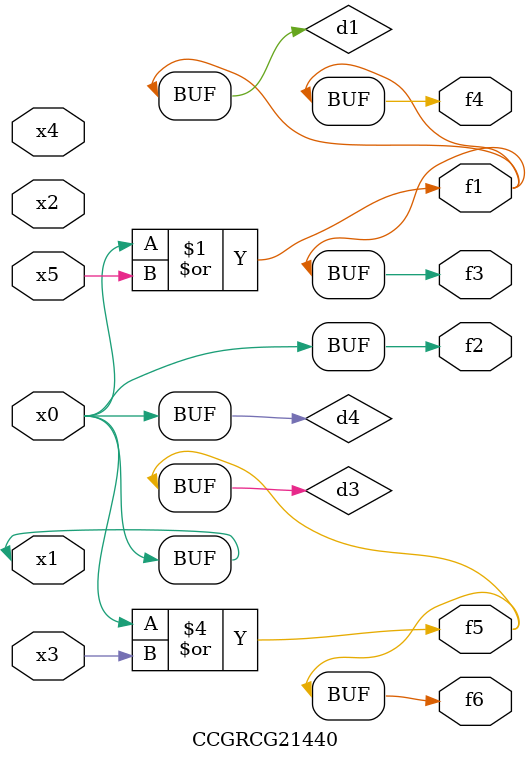
<source format=v>
module CCGRCG21440(
	input x0, x1, x2, x3, x4, x5,
	output f1, f2, f3, f4, f5, f6
);

	wire d1, d2, d3, d4;

	or (d1, x0, x5);
	xnor (d2, x1, x4);
	or (d3, x0, x3);
	buf (d4, x0, x1);
	assign f1 = d1;
	assign f2 = d4;
	assign f3 = d1;
	assign f4 = d1;
	assign f5 = d3;
	assign f6 = d3;
endmodule

</source>
